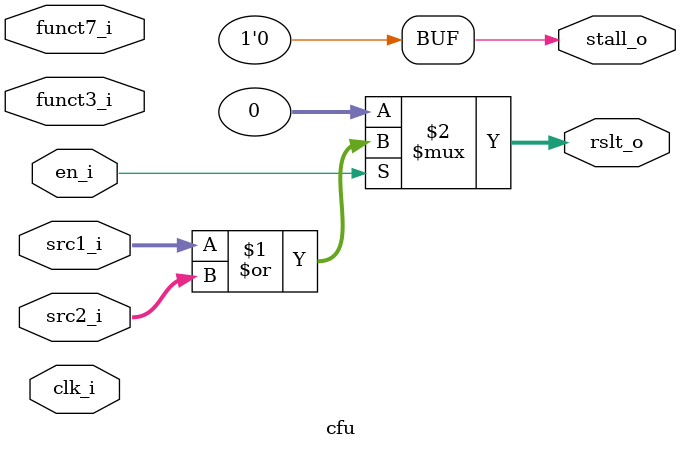
<source format=v>
/* CFU Proving Ground since 2025-02    Copyright(c) 2025 Archlab. Science Tokyo /
/ Released under the MIT license https://opensource.org/licenses/mit           */

`include "config.vh"
`timescale 1 ns / 1 ps

`ifndef USE_HLS

module cfu (
    input  wire        clk_i,
    input  wire        en_i,
    input  wire [ 2:0] funct3_i,
    input  wire [ 6:0] funct7_i,
    input  wire [31:0] src1_i,
    input  wire [31:0] src2_i,
    output wire        stall_o,
    output wire [31:0] rslt_o
);
    assign stall_o = 0;
    assign rslt_o  = (en_i) ? src1_i | src2_i : 0;
endmodule

`else

module cfu (
    input  wire        clk_i,
    input  wire        en_i,
    input  wire [ 2:0] funct3_i,
    input  wire [ 6:0] funct7_i,
    input  wire [31:0] src1_i,
    input  wire [31:0] src2_i,
    output wire        stall_o,
    output wire [31:0] rslt_o
);

    reg cfu_en = 0; always @(posedge clk_i) cfu_en <= (ap_ready) ? 0 : ap_start;
    wire ap_start = en_i || cfu_en;
    wire ap_done;
    wire ap_idle;
    wire ap_ready;
    wire [31:0] rslt;
    cfu_hls cfu_hls (
        .ap_clk         (clk_i          ),
        .ap_start       (ap_start       ),
        .ap_done        (ap_done        ),
        .ap_idle        (ap_idle        ),
        .ap_ready       (ap_ready       ),
        .funct3_i       (funct3_i       ),
        .funct7_i       (funct7_i       ),
        .src1_i         (src1_i         ),
        .src2_i         (src2_i         ),
        .rslt_o         (rslt           )
    );
    assign stall_o = !ap_idle && !ap_done;
    assign rslt_o = (ap_start) ? rslt : 0;
endmodule

`endif

</source>
